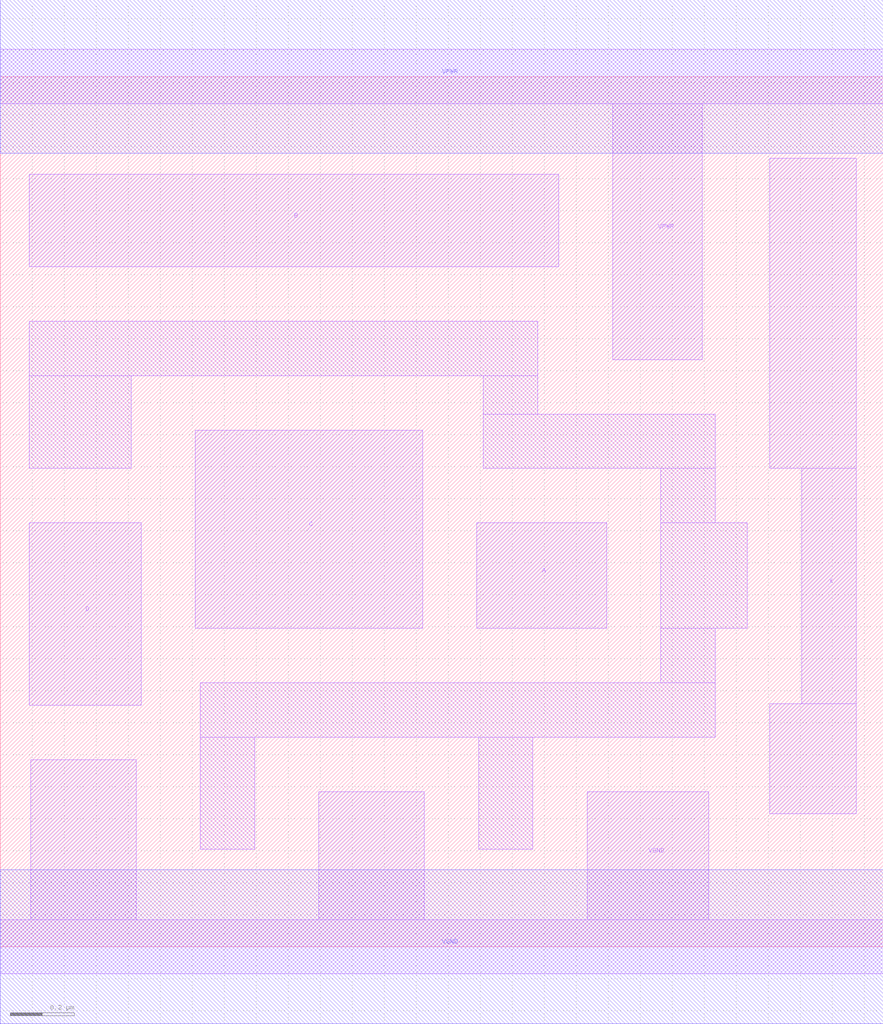
<source format=lef>
# Copyright 2020 The SkyWater PDK Authors
#
# Licensed under the Apache License, Version 2.0 (the "License");
# you may not use this file except in compliance with the License.
# You may obtain a copy of the License at
#
#     https://www.apache.org/licenses/LICENSE-2.0
#
# Unless required by applicable law or agreed to in writing, software
# distributed under the License is distributed on an "AS IS" BASIS,
# WITHOUT WARRANTIES OR CONDITIONS OF ANY KIND, either express or implied.
# See the License for the specific language governing permissions and
# limitations under the License.
#
# SPDX-License-Identifier: Apache-2.0

VERSION 5.5 ;
NAMESCASESENSITIVE ON ;
BUSBITCHARS "[]" ;
DIVIDERCHAR "/" ;
MACRO sky130_fd_sc_hd__or4_1
  CLASS CORE ;
  SOURCE USER ;
  ORIGIN  0.000000  0.000000 ;
  SIZE  2.760000 BY  2.720000 ;
  SYMMETRY X Y R90 ;
  SITE unithd ;
  PIN A
    ANTENNAGATEAREA  0.126000 ;
    DIRECTION INPUT ;
    USE SIGNAL ;
    PORT
      LAYER li1 ;
        RECT 1.490000 0.995000 1.895000 1.325000 ;
    END
  END A
  PIN B
    ANTENNAGATEAREA  0.126000 ;
    DIRECTION INPUT ;
    USE SIGNAL ;
    PORT
      LAYER li1 ;
        RECT 0.090000 2.125000 1.745000 2.415000 ;
    END
  END B
  PIN C
    ANTENNAGATEAREA  0.126000 ;
    DIRECTION INPUT ;
    USE SIGNAL ;
    PORT
      LAYER li1 ;
        RECT 0.610000 0.995000 1.320000 1.615000 ;
    END
  END C
  PIN D
    ANTENNAGATEAREA  0.126000 ;
    DIRECTION INPUT ;
    USE SIGNAL ;
    PORT
      LAYER li1 ;
        RECT 0.090000 0.755000 0.440000 1.325000 ;
    END
  END D
  PIN X
    ANTENNADIFFAREA  0.445500 ;
    DIRECTION OUTPUT ;
    USE SIGNAL ;
    PORT
      LAYER li1 ;
        RECT 2.405000 0.415000 2.675000 0.760000 ;
        RECT 2.405000 1.495000 2.675000 2.465000 ;
        RECT 2.505000 0.760000 2.675000 1.495000 ;
    END
  END X
  PIN VGND
    DIRECTION INOUT ;
    SHAPE ABUTMENT ;
    USE GROUND ;
    PORT
      LAYER li1 ;
        RECT 0.000000 -0.085000 2.760000 0.085000 ;
        RECT 0.095000  0.085000 0.425000 0.585000 ;
        RECT 0.995000  0.085000 1.325000 0.485000 ;
        RECT 1.835000  0.085000 2.215000 0.485000 ;
    END
    PORT
      LAYER met1 ;
        RECT 0.000000 -0.240000 2.760000 0.240000 ;
    END
  END VGND
  PIN VPWR
    DIRECTION INOUT ;
    SHAPE ABUTMENT ;
    USE POWER ;
    PORT
      LAYER li1 ;
        RECT 0.000000 2.635000 2.760000 2.805000 ;
        RECT 1.915000 1.835000 2.195000 2.635000 ;
    END
    PORT
      LAYER met1 ;
        RECT 0.000000 2.480000 2.760000 2.960000 ;
    END
  END VPWR
  OBS
    LAYER li1 ;
      RECT 0.090000 1.495000 0.410000 1.785000 ;
      RECT 0.090000 1.785000 1.680000 1.955000 ;
      RECT 0.625000 0.305000 0.795000 0.655000 ;
      RECT 0.625000 0.655000 2.235000 0.825000 ;
      RECT 1.495000 0.305000 1.665000 0.655000 ;
      RECT 1.510000 1.495000 2.235000 1.665000 ;
      RECT 1.510000 1.665000 1.680000 1.785000 ;
      RECT 2.065000 0.825000 2.235000 0.995000 ;
      RECT 2.065000 0.995000 2.335000 1.325000 ;
      RECT 2.065000 1.325000 2.235000 1.495000 ;
  END
END sky130_fd_sc_hd__or4_1
END LIBRARY

</source>
